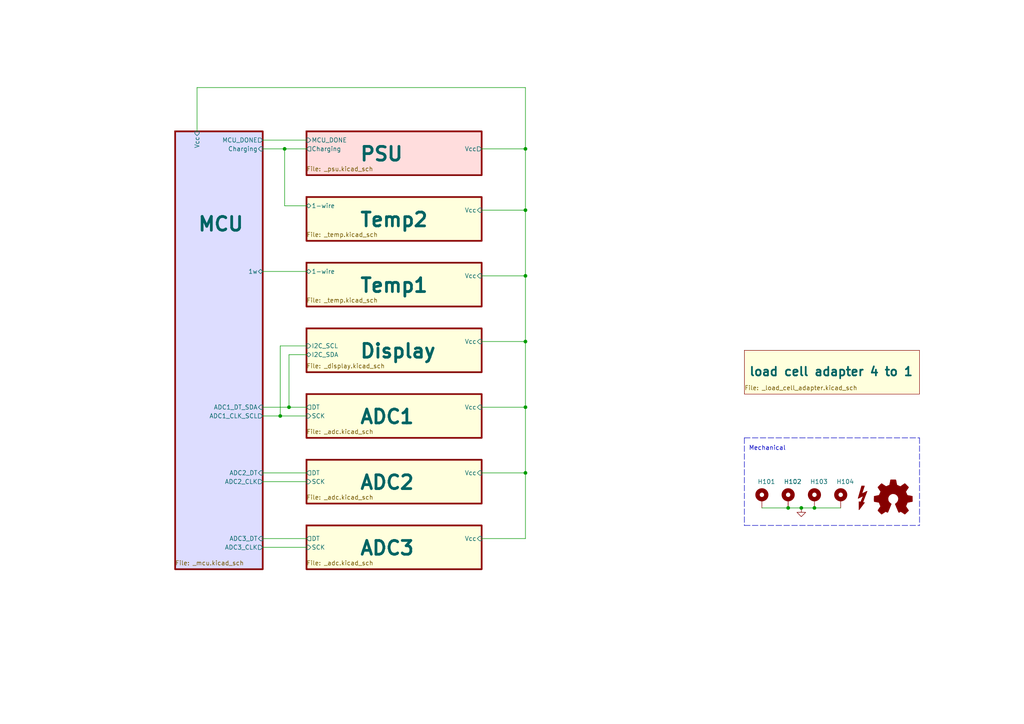
<source format=kicad_sch>
(kicad_sch (version 20211123) (generator eeschema)
  (paper "A4")
  (title_block (title "WiScale") (date "2023-02-05") (rev "1.1"))
  (lib_symbols
    (symbol "Graphic:Logo_Open_Hardware_Small" (pin_names (offset 1.016))
      (symbol "Logo_Open_Hardware_Small_0_1"
        (polyline (pts (xy 3.3528 -4.3434) (xy 3.302 -4.318) (xy 3.175 -4.2418) (xy 2.9972 -4.1148) (xy 2.7686 -3.9624) (xy 2.54 -3.81) (xy 2.3622 -3.7084) (xy 2.2352 -3.6068) (xy 2.1844 -3.5814) (xy 2.159 -3.6068) (xy 2.0574 -3.6576) (xy 1.905 -3.7338) (xy 1.8034 -3.7846) (xy 1.6764 -3.8354) (xy 1.6002 -3.8354) (xy 1.6002 -3.8354) (xy 1.5494 -3.7338) (xy 1.4732 -3.5306) (xy 1.3462 -3.302) (xy 1.2446 -3.0226) (xy 1.1176 -2.7178) (xy 0.9652 -2.413) (xy 0.8636 -2.1082) (xy 0.7366 -1.8288) (xy 0.6604 -1.6256) (xy 0.6096 -1.4732) (xy 0.5842 -1.397) (xy 0.5842 -1.397) (xy 0.6604 -1.3208) (xy 0.7874 -1.2446) (xy 1.0414 -1.016) (xy 1.2954 -0.6858) (xy 1.4478 -0.3302) (xy 1.524 0.0762) (xy 1.4732 0.4572) (xy 1.3208 0.8128) (xy 1.0668 1.143) (xy 0.762 1.3716) (xy 0.4064 1.524) (xy 0 1.5748) (xy -0.381 1.5494) (xy -0.7366 1.397) (xy -1.0668 1.143) (xy -1.2192 0.9906) (xy -1.397 0.6604) (xy -1.524 0.3048) (xy -1.524 0.2286) (xy -1.4986 -0.1778) (xy -1.397 -0.5334) (xy -1.1938 -0.8636) (xy -0.9144 -1.143) (xy -0.8636 -1.1684) (xy -0.7366 -1.27) (xy -0.635 -1.3462) (xy -0.5842 -1.397) (xy -1.0668 -2.5908) (xy -1.143 -2.794) (xy -1.2954 -3.1242) (xy -1.397 -3.4036) (xy -1.4986 -3.6322) (xy -1.5748 -3.7846) (xy -1.6002 -3.8354) (xy -1.6002 -3.8354) (xy -1.651 -3.8354) (xy -1.7272 -3.81) (xy -1.905 -3.7338) (xy -2.0066 -3.683) (xy -2.1336 -3.6068) (xy -2.2098 -3.5814) (xy -2.2606 -3.6068) (xy -2.3622 -3.683) (xy -2.54 -3.81) (xy -2.7686 -3.9624) (xy -2.9718 -4.0894) (xy -3.1496 -4.2164) (xy -3.302 -4.318) (xy -3.3528 -4.3434) (xy -3.3782 -4.3434) (xy -3.429 -4.318) (xy -3.5306 -4.2164) (xy -3.7084 -4.064) (xy -3.937 -3.8354) (xy -3.9624 -3.81) (xy -4.1656 -3.6068) (xy -4.318 -3.4544) (xy -4.4196 -3.3274) (xy -4.445 -3.2766) (xy -4.445 -3.2766) (xy -4.4196 -3.2258) (xy -4.318 -3.0734) (xy -4.2164 -2.8956) (xy -4.064 -2.667) (xy -3.6576 -2.0828) (xy -3.8862 -1.5494) (xy -3.937 -1.3716) (xy -4.0386 -1.1684) (xy -4.0894 -1.0414) (xy -4.1148 -0.9652) (xy -4.191 -0.9398) (xy -4.318 -0.9144) (xy -4.5466 -0.8636) (xy -4.8006 -0.8128) (xy -5.0546 -0.7874) (xy -5.2578 -0.7366) (xy -5.4356 -0.7112) (xy -5.5118 -0.6858) (xy -5.5118 -0.6858) (xy -5.5372 -0.635) (xy -5.5372 -0.5588) (xy -5.5372 -0.4318) (xy -5.5626 -0.2286) (xy -5.5626 0.0762) (xy -5.5626 0.127) (xy -5.5372 0.4064) (xy -5.5372 0.635) (xy -5.5372 0.762) (xy -5.5372 0.8382) (xy -5.5372 0.8382) (xy -5.461 0.8382) (xy -5.3086 0.889) (xy -5.08 0.9144) (xy -4.826 0.9652) (xy -4.8006 0.9906) (xy -4.5466 1.0414) (xy -4.318 1.0668) (xy -4.1656 1.1176) (xy -4.0894 1.143) (xy -4.0894 1.143) (xy -4.0386 1.2446) (xy -3.9624 1.4224) (xy -3.8608 1.6256) (xy -3.7846 1.8288) (xy -3.7084 2.0066) (xy -3.6576 2.159) (xy -3.6322 2.2098) (xy -3.6322 2.2098) (xy -3.683 2.286) (xy -3.7592 2.413) (xy -3.8862 2.5908) (xy -4.064 2.8194) (xy -4.064 2.8448) (xy -4.2164 3.0734) (xy -4.3434 3.2512) (xy -4.4196 3.3782) (xy -4.445 3.4544) (xy -4.445 3.4544) (xy -4.3942 3.5052) (xy -4.2926 3.6322) (xy -4.1148 3.81) (xy -3.937 4.0132) (xy -3.8608 4.064) (xy -3.6576 4.2926) (xy -3.5052 4.4196) (xy -3.4036 4.4958) (xy -3.3528 4.5212) (xy -3.3528 4.5212) (xy -3.302 4.4704) (xy -3.1496 4.3688) (xy -2.9718 4.2418) (xy -2.7432 4.0894) (xy -2.7178 4.0894) (xy -2.4892 3.937) (xy -2.3114 3.81) (xy -2.1844 3.7084) (xy -2.1336 3.683) (xy -2.1082 3.683) (xy -2.032 3.7084) (xy -1.8542 3.7592) (xy -1.6764 3.8354) (xy -1.4732 3.937) (xy -1.27 4.0132) (xy -1.143 4.064) (xy -1.0668 4.1148) (xy -1.0668 4.1148) (xy -1.0414 4.191) (xy -1.016 4.3434) (xy -0.9652 4.572) (xy -0.9144 4.8514) (xy -0.889 4.9022) (xy -0.8382 5.1562) (xy -0.8128 5.3848) (xy -0.7874 5.5372) (xy -0.762 5.588) (xy -0.7112 5.6134) (xy -0.5842 5.6134) (xy -0.4064 5.6134) (xy -0.1524 5.6134) (xy 0.0762 5.6134) (xy 0.3302 5.6134) (xy 0.5334 5.6134) (xy 0.6858 5.588) (xy 0.7366 5.588) (xy 0.7366 5.588) (xy 0.762 5.5118) (xy 0.8128 5.334) (xy 0.8382 5.1054) (xy 0.9144 4.826) (xy 0.9144 4.7752) (xy 0.9652 4.5212) (xy 1.016 4.2926) (xy 1.0414 4.1402) (xy 1.0668 4.0894) (xy 1.0668 4.0894) (xy 1.1938 4.0386) (xy 1.3716 3.9624) (xy 1.5748 3.8608) (xy 2.0828 3.6576) (xy 2.7178 4.0894) (xy 2.7686 4.1402) (xy 2.9972 4.2926) (xy 3.175 4.4196) (xy 3.302 4.4958) (xy 3.3782 4.5212) (xy 3.3782 4.5212) (xy 3.429 4.4704) (xy 3.556 4.3434) (xy 3.7338 4.191) (xy 3.9116 3.9878) (xy 4.064 3.8354) (xy 4.2418 3.6576) (xy 4.3434 3.556) (xy 4.4196 3.4798) (xy 4.4196 3.429) (xy 4.4196 3.4036) (xy 4.3942 3.3274) (xy 4.2926 3.2004) (xy 4.1656 2.9972) (xy 4.0132 2.794) (xy 3.8862 2.5908) (xy 3.7592 2.3876) (xy 3.6576 2.2352) (xy 3.6322 2.159) (xy 3.6322 2.1336) (xy 3.683 2.0066) (xy 3.7592 1.8288) (xy 3.8608 1.6002) (xy 4.064 1.1176) (xy 4.3942 1.0414) (xy 4.5974 1.016) (xy 4.8768 0.9652) (xy 5.1308 0.9144) (xy 5.5372 0.8382) (xy 5.5626 -0.6604) (xy 5.4864 -0.6858) (xy 5.4356 -0.6858) (xy 5.2832 -0.7366) (xy 5.0546 -0.762) (xy 4.8006 -0.8128) (xy 4.5974 -0.8636) (xy 4.3688 -0.9144) (xy 4.2164 -0.9398) (xy 4.1402 -0.9398) (xy 4.1148 -0.9652) (xy 4.064 -1.0668) (xy 3.9878 -1.2446) (xy 3.9116 -1.4478) (xy 3.81 -1.651) (xy 3.7338 -1.8542) (xy 3.683 -2.0066) (xy 3.6576 -2.0828) (xy 3.683 -2.1336) (xy 3.7846 -2.2606) (xy 3.8862 -2.4638) (xy 4.0386 -2.667) (xy 4.191 -2.8956) (xy 4.318 -3.0734) (xy 4.3942 -3.2004) (xy 4.445 -3.2766) (xy 4.4196 -3.3274) (xy 4.3434 -3.429) (xy 4.1656 -3.5814) (xy 3.937 -3.8354) (xy 3.8862 -3.8608) (xy 3.683 -4.064) (xy 3.5306 -4.2164) (xy 3.4036 -4.318) (xy 3.3528 -4.3434)) (fill (type outline)))
      )
    )
    (symbol "Graphic:SYM_Flash_Small" (pin_names (offset 1.016))
      (symbol "SYM_Flash_Small_0_1"
        (polyline (pts (xy 0.508 -1.016) (xy -1.016 -0.762) (xy -1.016 -3.048) (xy 0.508 -1.016)) (stroke (width 0.2032)) (fill (type outline)))
        (polyline (pts (xy -0.254 3.81) (xy 0.508 3.81) (xy -0.254 1.524) (xy 1.27 2.286) (xy 0 -1.016) (xy -0.508 -0.762) (xy 0.254 1.016) (xy -1.27 0.254) (xy -0.254 3.81)) (stroke (width 0.2032)) (fill (type outline)))
      )
    )
    (symbol "Mechanical:MountingHole_Pad" (pin_numbers hide) (pin_names (offset 1.016) hide)
      (property "Reference" "H" (at 0 6.35 0))
      (property "Value" "MountingHole_Pad" (at 0 4.445 0))
      (symbol "MountingHole_Pad_0_1"
        (circle (center 0 1.27) (radius 1.27) (stroke (width 1.27)))
      )
      (symbol "MountingHole_Pad_1_1"
        (pin input line (at 0 -2.54 90) (length 2.54) (name "1") (number "1"))
      )
    )
    (symbol "MountingHole_Pad_1" (pin_numbers hide) (pin_names (offset 1.016) hide)
      (property "Reference" "H" (at 0 6.35 0))
      (property "Value" "MountingHole_Pad_1" (at 0 4.445 0))
      (symbol "MountingHole_Pad_1_0_1"
        (circle (center 0 1.27) (radius 1.27) (stroke (width 1.27)))
      )
      (symbol "MountingHole_Pad_1_1_1"
        (pin input line (at 0 -2.54 90) (length 2.54) (name "1") (number "1"))
      )
    )
    (symbol "power:GND" (power) (pin_names (offset 0))
      (property "Value" "GND" (at 0 -3.81 0))
      (symbol "GND_0_1"
        (polyline (pts (xy 0 0) (xy 0 -1.27) (xy 1.27 -1.27) (xy 0 -2.54) (xy -1.27 -1.27) (xy 0 -1.27)))
      )
      (symbol "GND_1_1"
        (pin power_in line (at 0 0 270) (length 0) hide (name "GND") (number "1"))
      )
    )
  )
  (junction (at 228.6 147.32))
  (junction (at 152.4 137.16))
  (junction (at 152.4 80.01))
  (junction (at 81.28 120.65))
  (junction (at 152.4 118.11))
  (junction (at 152.4 99.06))
  (junction (at 83.82 118.11))
  (junction (at 82.55 43.18))
  (junction (at 232.41 147.32))
  (junction (at 152.4 60.96))
  (junction (at 236.22 147.32))
  (junction (at 152.4 43.18))
  (wire (pts (xy 76.2 120.65) (xy 81.28 120.65)))
  (wire (pts (xy 88.9 100.33) (xy 81.28 100.33)))
  (wire (pts (xy 76.2 40.64) (xy 88.9 40.64)))
  (polyline (pts (xy 266.7 127) (xy 266.7 152.4)))
  (wire (pts (xy 139.7 137.16) (xy 152.4 137.16)))
  (wire (pts (xy 57.15 25.4) (xy 152.4 25.4)))
  (wire (pts (xy 152.4 25.4) (xy 152.4 43.18)))
  (wire (pts (xy 76.2 43.18) (xy 82.55 43.18)))
  (wire (pts (xy 139.7 118.11) (xy 152.4 118.11)))
  (wire (pts (xy 152.4 137.16) (xy 152.4 156.21)))
  (wire (pts (xy 236.22 147.32) (xy 243.84 147.32)))
  (wire (pts (xy 76.2 158.75) (xy 88.9 158.75)))
  (wire (pts (xy 76.2 78.74) (xy 88.9 78.74)))
  (wire (pts (xy 228.6 147.32) (xy 232.41 147.32)))
  (wire (pts (xy 139.7 43.18) (xy 152.4 43.18)))
  (wire (pts (xy 88.9 102.87) (xy 83.82 102.87)))
  (polyline (pts (xy 215.9 152.4) (xy 266.7 152.4)))
  (wire (pts (xy 152.4 60.96) (xy 152.4 80.01)))
  (wire (pts (xy 76.2 156.21) (xy 88.9 156.21)))
  (wire (pts (xy 76.2 139.7) (xy 88.9 139.7)))
  (wire (pts (xy 152.4 43.18) (xy 152.4 60.96)))
  (wire (pts (xy 220.98 147.32) (xy 228.6 147.32)))
  (wire (pts (xy 88.9 59.69) (xy 82.55 59.69)))
  (wire (pts (xy 82.55 59.69) (xy 82.55 43.18)))
  (wire (pts (xy 152.4 99.06) (xy 152.4 118.11)))
  (wire (pts (xy 76.2 137.16) (xy 88.9 137.16)))
  (wire (pts (xy 83.82 118.11) (xy 88.9 118.11)))
  (wire (pts (xy 139.7 99.06) (xy 152.4 99.06)))
  (wire (pts (xy 81.28 120.65) (xy 88.9 120.65)))
  (wire (pts (xy 81.28 100.33) (xy 81.28 120.65)))
  (wire (pts (xy 82.55 43.18) (xy 88.9 43.18)))
  (wire (pts (xy 83.82 102.87) (xy 83.82 118.11)))
  (wire (pts (xy 152.4 156.21) (xy 139.7 156.21)))
  (wire (pts (xy 57.15 38.1) (xy 57.15 25.4)))
  (polyline (pts (xy 215.9 127) (xy 266.7 127)))
  (wire (pts (xy 232.41 147.32) (xy 236.22 147.32)))
  (wire (pts (xy 139.7 80.01) (xy 152.4 80.01)))
  (wire (pts (xy 139.7 60.96) (xy 152.4 60.96)))
  (wire (pts (xy 152.4 80.01) (xy 152.4 99.06)))
  (wire (pts (xy 76.2 118.11) (xy 83.82 118.11)))
  (polyline (pts (xy 215.9 127) (xy 215.9 152.4)))
  (wire (pts (xy 152.4 118.11) (xy 152.4 137.16)))
  (text "Mechanical" (at 217.17 130.81 0) (effects (font (size 1.27 1.27)) (justify left bottom)))
  (symbol (lib_name "MountingHole_Pad_1") (lib_id "Mechanical:MountingHole_Pad") (at 220.98 144.78 0) (unit 1) (in_bom no)
    (property "Reference" "H101" (at 219.71 139.7 0) (effects (justify left)))
    (property "Value" "MountingHole_Pad" (effects hide))
    (property "Footprint" "MountingHole:MountingHole_3.5mm_Pad_Via" (effects hide))
    (property "LCSC Part Number" "-" (effects hide))
  )
  (symbol (lib_id "Mechanical:MountingHole_Pad") (at 228.6 144.78 0) (unit 1) (in_bom no)
    (property "Reference" "H102" (at 227.33 139.7 0) (effects (justify left)))
    (property "Value" "MountingHole_Pad" (effects hide))
    (property "Footprint" "MountingHole:MountingHole_3.5mm_Pad_Via" (effects hide))
    (property "LCSC Part Number" "-" (effects hide))
  )
  (symbol (lib_id "power:GND") (at 232.41 147.32 0) (unit 1)
    (property "Reference" "#PWR0101" (effects hide))
    (property "Value" "GND" (effects hide))
  )
  (symbol (lib_id "Mechanical:MountingHole_Pad") (at 236.22 144.78 0) (unit 1) (in_bom no)
    (property "Reference" "H103" (at 234.95 139.7 0) (effects (justify left)))
    (property "Value" "MountingHole_Pad" (effects hide))
    (property "Footprint" "MountingHole:MountingHole_3.5mm_Pad_Via" (effects hide))
    (property "LCSC Part Number" "-" (effects hide))
  )
  (symbol (lib_id "Graphic:Logo_Open_Hardware_Small") (at 259.08 144.78 0) (unit 1) (in_bom no)
    (property "Reference" "LOGO102" (effects hide))
    (property "Value" "Logo_Open_Hardware_Small" (effects hide))
    (property "Footprint" "Symbol:OSHW-Symbol_6.7x6mm_SilkScreen" (effects hide))
    (property "LCSC Part Number" "-" (effects hide))
  )
  (symbol (lib_id "Graphic:SYM_Flash_Small") (at 250.19 144.78 0) (unit 1) (in_bom no)
    (property "Reference" "LOGO101" (effects hide))
    (property "Value" "logo_kms_small" (effects hide))
    (property "Footprint" "-local:logo_kms_small_silkscreen" (effects hide))
    (property "LCSC Part Number" "-" (effects hide))
  )
  (symbol (lib_id "Mechanical:MountingHole_Pad") (at 243.84 144.78 0) (unit 1) (in_bom no)
    (property "Reference" "H104" (at 242.57 139.7 0) (effects (justify left)))
    (property "Value" "MountingHole_Pad" (effects hide))
    (property "Footprint" "MountingHole:MountingHole_3.5mm_Pad_Via" (effects hide))
    (property "LCSC Part Number" "-" (effects hide))
  )
  (sheet (at 88.9 95.25) (size 50.8 12.7) (stroke (width 0.5)) (fill (color 255 255 221 1.0000))
    (property "Sheet name" "Display" (at 104.14 104.14 0) (effects (font (size 4 4) bold) (justify left bottom)))
    (property "Sheet file" "_display.kicad_sch" (at 88.9 105.41 0) (effects (justify left top)))
    (pin "I2C_SCL" input (at 88.9 100.33 180))
    (pin "Vcc" input (at 139.7 99.06 0))
    (pin "I2C_SDA" bidirectional (at 88.9 102.87 180))
  )
  (sheet (at 88.9 57.15) (size 50.8 12.7) (stroke (width 0.5)) (fill (color 255 255 221 1.0000))
    (property "Sheet name" "Temp2" (at 104.14 66.04 0) (effects (font (size 4 4) bold) (justify left bottom)))
    (property "Sheet file" "_temp.kicad_sch" (at 88.9 67.31 0) (effects (justify left top)))
    (pin "1-wire" bidirectional (at 88.9 59.69 180))
    (pin "Vcc" input (at 139.7 60.96 0))
  )
  (sheet (at 88.9 133.35) (size 50.8 12.7) (stroke (width 0.5)) (fill (color 255 255 221 1.0000))
    (property "Sheet name" "ADC2" (at 104.14 142.24 0) (effects (font (size 4 4) bold) (justify left bottom)))
    (property "Sheet file" "_adc.kicad_sch" (at 88.9 143.51 0) (effects (justify left top)))
    (pin "Vcc" input (at 139.7 137.16 0))
    (pin "SCK" input (at 88.9 139.7 180))
    (pin "DT" output (at 88.9 137.16 180))
  )
  (sheet (at 215.9 101.6) (size 50.8 12.7) (stroke (width 0.1524)) (fill (color 255 255 221 1.0000))
    (property "Sheet name" "load cell adapter 4 to 1" (at 217.17 109.22 0) (effects (font (size 2.5 2.5) bold) (justify left bottom)))
    (property "Sheet file" "_load_cell_adapter.kicad_sch" (at 215.9 111.76 0) (effects (justify left top)))
  )
  (sheet (at 50.8 38.1) (size 25.4 127) (stroke (width 0.5)) (fill (color 221 221 255 1.0000))
    (property "Sheet name" "MCU" (at 57.15 67.31 0) (effects (font (size 4 4) bold) (justify left bottom)))
    (property "Sheet file" "_mcu.kicad_sch" (at 50.8 162.56 0) (effects (justify left top)))
    (pin "ADC3_DT" input (at 76.2 156.21 0))
    (pin "ADC3_CLK" output (at 76.2 158.75 0))
    (pin "Vcc" input (at 57.15 38.1 90))
    (pin "ADC2_CLK" output (at 76.2 139.7 0))
    (pin "ADC2_DT" input (at 76.2 137.16 0))
    (pin "MCU_DONE" output (at 76.2 40.64 0))
    (pin "Charging" input (at 76.2 43.18 0))
    (pin "1w" bidirectional (at 76.2 78.74 0))
    (pin "ADC1_DT_SDA" input (at 76.2 118.11 0))
    (pin "ADC1_CLK_SCL" output (at 76.2 120.65 0))
  )
  (sheet (at 88.9 38.1) (size 50.8 12.7) (stroke (width 0.5)) (fill (color 255 221 221 1.0000))
    (property "Sheet name" "PSU" (at 104.14 46.99 0) (effects (font (size 4 4) bold) (justify left bottom)))
    (property "Sheet file" "_psu.kicad_sch" (at 88.9 48.26 0) (effects (justify left top)))
    (pin "MCU_DONE" input (at 88.9 40.64 180))
    (pin "Vcc" output (at 139.7 43.18 0))
    (pin "Charging" output (at 88.9 43.18 180))
  )
  (sheet (at 88.9 114.3) (size 50.8 12.7) (stroke (width 0.5)) (fill (color 255 255 221 1.0000))
    (property "Sheet name" "ADC1" (at 104.14 123.19 0) (effects (font (size 4 4) bold) (justify left bottom)))
    (property "Sheet file" "_adc.kicad_sch" (at 88.9 124.46 0) (effects (justify left top)))
    (pin "Vcc" input (at 139.7 118.11 0))
    (pin "DT" output (at 88.9 118.11 180))
    (pin "SCK" input (at 88.9 120.65 180))
  )
  (sheet (at 88.9 76.2) (size 50.8 12.7) (stroke (width 0.5)) (fill (color 255 255 221 1.0000))
    (property "Sheet name" "Temp1" (at 104.14 85.09 0) (effects (font (size 4 4) bold) (justify left bottom)))
    (property "Sheet file" "_temp.kicad_sch" (at 88.9 86.36 0) (effects (justify left top)))
    (pin "1-wire" bidirectional (at 88.9 78.74 180))
    (pin "Vcc" input (at 139.7 80.01 0))
  )
  (sheet (at 88.9 152.4) (size 50.8 12.7) (stroke (width 0.5)) (fill (color 255 255 221 1.0000))
    (property "Sheet name" "ADC3" (at 104.14 161.29 0) (effects (font (size 4 4) bold) (justify left bottom)))
    (property "Sheet file" "_adc.kicad_sch" (at 88.9 162.56 0) (effects (justify left top)))
    (pin "Vcc" input (at 139.7 156.21 0))
    (pin "SCK" input (at 88.9 158.75 180))
    (pin "DT" output (at 88.9 156.21 180))
  )
)
</source>
